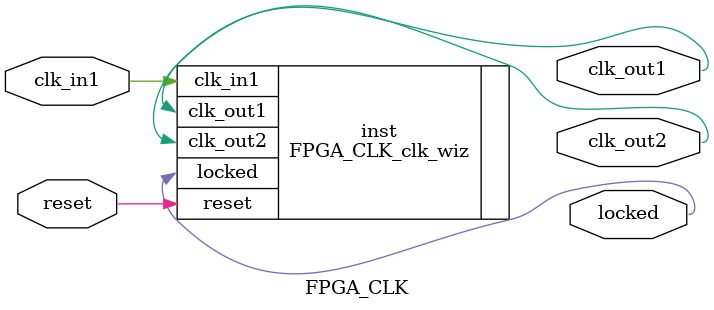
<source format=v>


`timescale 1ps/1ps

(* CORE_GENERATION_INFO = "FPGA_CLK,clk_wiz_v6_0_1_0_0,{component_name=FPGA_CLK,use_phase_alignment=true,use_min_o_jitter=false,use_max_i_jitter=false,use_dyn_phase_shift=false,use_inclk_switchover=false,use_dyn_reconfig=false,enable_axi=0,feedback_source=FDBK_AUTO,PRIMITIVE=MMCM,num_out_clk=2,clkin1_period=10.000,clkin2_period=10.000,use_power_down=false,use_reset=true,use_locked=true,use_inclk_stopped=false,feedback_type=SINGLE,CLOCK_MGR_TYPE=NA,manual_override=false}" *)

module FPGA_CLK 
 (
  // Clock out ports
  output        clk_out1,
  output        clk_out2,
  // Status and control signals
  input         reset,
  output        locked,
 // Clock in ports
  input         clk_in1
 );

  FPGA_CLK_clk_wiz inst
  (
  // Clock out ports  
  .clk_out1(clk_out1),
  .clk_out2(clk_out2),
  // Status and control signals               
  .reset(reset), 
  .locked(locked),
 // Clock in ports
  .clk_in1(clk_in1)
  );

endmodule

</source>
